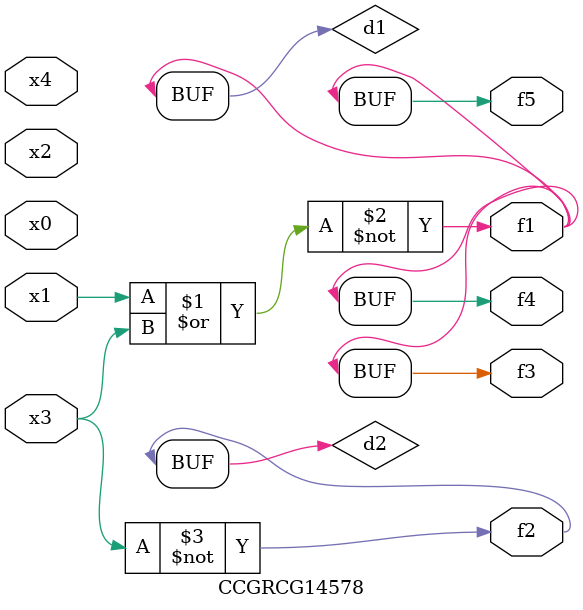
<source format=v>
module CCGRCG14578(
	input x0, x1, x2, x3, x4,
	output f1, f2, f3, f4, f5
);

	wire d1, d2;

	nor (d1, x1, x3);
	not (d2, x3);
	assign f1 = d1;
	assign f2 = d2;
	assign f3 = d1;
	assign f4 = d1;
	assign f5 = d1;
endmodule

</source>
